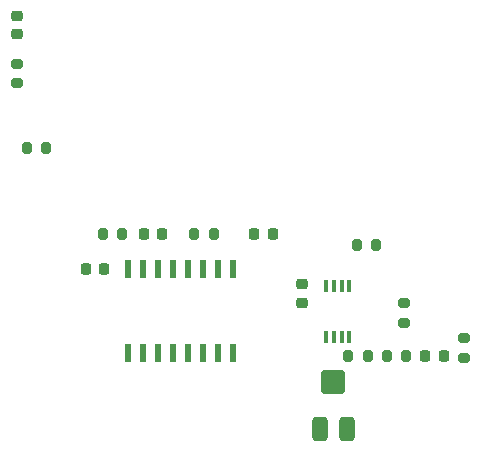
<source format=gbr>
%TF.GenerationSoftware,KiCad,Pcbnew,8.0.1*%
%TF.CreationDate,2024-06-13T00:26:55+02:00*%
%TF.ProjectId,CFT,4346542e-6b69-4636-9164-5f7063625858,rev?*%
%TF.SameCoordinates,PX52e4ef2PY60c692e*%
%TF.FileFunction,Paste,Top*%
%TF.FilePolarity,Positive*%
%FSLAX46Y46*%
G04 Gerber Fmt 4.6, Leading zero omitted, Abs format (unit mm)*
G04 Created by KiCad (PCBNEW 8.0.1) date 2024-06-13 00:26:55*
%MOMM*%
%LPD*%
G01*
G04 APERTURE LIST*
G04 Aperture macros list*
%AMRoundRect*
0 Rectangle with rounded corners*
0 $1 Rounding radius*
0 $2 $3 $4 $5 $6 $7 $8 $9 X,Y pos of 4 corners*
0 Add a 4 corners polygon primitive as box body*
4,1,4,$2,$3,$4,$5,$6,$7,$8,$9,$2,$3,0*
0 Add four circle primitives for the rounded corners*
1,1,$1+$1,$2,$3*
1,1,$1+$1,$4,$5*
1,1,$1+$1,$6,$7*
1,1,$1+$1,$8,$9*
0 Add four rect primitives between the rounded corners*
20,1,$1+$1,$2,$3,$4,$5,0*
20,1,$1+$1,$4,$5,$6,$7,0*
20,1,$1+$1,$6,$7,$8,$9,0*
20,1,$1+$1,$8,$9,$2,$3,0*%
G04 Aperture macros list end*
%ADD10RoundRect,0.200000X0.200000X0.275000X-0.200000X0.275000X-0.200000X-0.275000X0.200000X-0.275000X0*%
%ADD11RoundRect,0.200000X-0.200000X-0.275000X0.200000X-0.275000X0.200000X0.275000X-0.200000X0.275000X0*%
%ADD12RoundRect,0.200000X0.275000X-0.200000X0.275000X0.200000X-0.275000X0.200000X-0.275000X-0.200000X0*%
%ADD13RoundRect,0.225000X-0.250000X0.225000X-0.250000X-0.225000X0.250000X-0.225000X0.250000X0.225000X0*%
%ADD14R,0.600000X1.500000*%
%ADD15RoundRect,0.200000X-0.275000X0.200000X-0.275000X-0.200000X0.275000X-0.200000X0.275000X0.200000X0*%
%ADD16RoundRect,0.225000X-0.225000X-0.250000X0.225000X-0.250000X0.225000X0.250000X-0.225000X0.250000X0*%
%ADD17RoundRect,0.225000X0.225000X0.250000X-0.225000X0.250000X-0.225000X-0.250000X0.225000X-0.250000X0*%
%ADD18RoundRect,0.218750X0.256250X-0.218750X0.256250X0.218750X-0.256250X0.218750X-0.256250X-0.218750X0*%
%ADD19RoundRect,0.218750X0.218750X0.256250X-0.218750X0.256250X-0.218750X-0.256250X0.218750X-0.256250X0*%
%ADD20R,0.400000X1.100000*%
%ADD21RoundRect,0.250000X0.400000X0.750000X-0.400000X0.750000X-0.400000X-0.750000X0.400000X-0.750000X0*%
%ADD22RoundRect,0.250000X0.750000X0.750000X-0.750000X0.750000X-0.750000X-0.750000X0.750000X-0.750000X0*%
G04 APERTURE END LIST*
D10*
%TO.C,R7*%
X44285000Y8140000D03*
X42635000Y8140000D03*
%TD*%
D11*
%TO.C,R4*%
X40110000Y17560000D03*
X41760000Y17560000D03*
%TD*%
D12*
%TO.C,R8*%
X49230000Y8010000D03*
X49230000Y9660000D03*
%TD*%
D11*
%TO.C,R1*%
X12185000Y25770000D03*
X13835000Y25770000D03*
%TD*%
D13*
%TO.C,C1*%
X35500000Y14220000D03*
X35500000Y12670000D03*
%TD*%
D14*
%TO.C,U2*%
X20745000Y8440000D03*
X22015000Y8440000D03*
X23285000Y8440000D03*
X24555000Y8440000D03*
X25825000Y8440000D03*
X27095000Y8440000D03*
X28365000Y8440000D03*
X29635000Y8440000D03*
X29635000Y15540000D03*
X28365000Y15540000D03*
X27095000Y15540000D03*
X25825000Y15540000D03*
X24555000Y15540000D03*
X23285000Y15540000D03*
X22015000Y15540000D03*
X20745000Y15540000D03*
%TD*%
D15*
%TO.C,R9*%
X11380000Y32895000D03*
X11380000Y31245000D03*
%TD*%
D16*
%TO.C,C2*%
X22105000Y18480000D03*
X23655000Y18480000D03*
%TD*%
D11*
%TO.C,R3*%
X26370000Y18470000D03*
X28020000Y18470000D03*
%TD*%
D17*
%TO.C,C3*%
X18740000Y15550000D03*
X17190000Y15550000D03*
%TD*%
D12*
%TO.C,R6*%
X44150000Y11000000D03*
X44150000Y12650000D03*
%TD*%
D18*
%TO.C,D2*%
X11350000Y35395000D03*
X11350000Y36970000D03*
%TD*%
D16*
%TO.C,C4*%
X31440000Y18470000D03*
X32990000Y18470000D03*
%TD*%
D19*
%TO.C,D1*%
X47455000Y8150000D03*
X45880000Y8150000D03*
%TD*%
D11*
%TO.C,R5*%
X39400000Y8140000D03*
X41050000Y8140000D03*
%TD*%
%TO.C,R2*%
X18615000Y18480000D03*
X20265000Y18480000D03*
%TD*%
D20*
%TO.C,U1*%
X37525000Y9800000D03*
X38175000Y9800000D03*
X38825000Y9800000D03*
X39475000Y9800000D03*
X39475000Y14100000D03*
X38825000Y14100000D03*
X38175000Y14100000D03*
X37525000Y14100000D03*
%TD*%
D21*
%TO.C,RV1*%
X39280000Y1950000D03*
D22*
X38130000Y5950000D03*
D21*
X36980000Y1950000D03*
%TD*%
M02*

</source>
